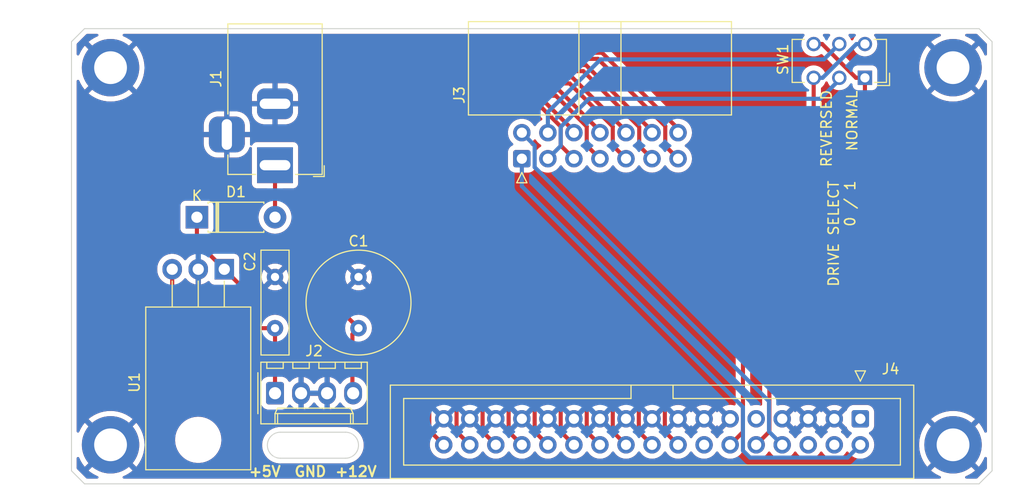
<source format=kicad_pcb>
(kicad_pcb (version 20210126) (generator pcbnew)
  (layers (0 "F.Cu" signal) (31 "B.Cu" signal) (34 "B.Paste" user) (35 "F.Paste" user) (36 "B.SilkS" user "B.Silkscreen") (37 "F.SilkS" user "F.Silkscreen") (38 "B.Mask" user) (39 "F.Mask" user) (44 "Edge.Cuts" user))
  (net 0 "")
  (net 1 "GND")
  (net 2 "+12V")
  (net 3 "+5V")
  (net 4 "Net-(D1-Pad2)")
  (net 5 "/FLOPPY_READY")
  (net 6 "/FLOPPY_READ_DATA")
  (net 7 "/FLOPPY_TRACK_00")
  (net 8 "/FLOPPY_WRITE_DATA")
  (net 9 "/FLOPPY_STEP_DIRECTION")
  (net 10 "/FLOPPY_SELECT_B")
  (net 11 "/FLOPPY_INDEX")
  (net 12 "/FLOPPY_SIDE_SELECT")
  (net 13 "/FLOPPY_WRITE_PROTECT")
  (net 14 "/FLOPPY_WRITE_GATE")
  (net 15 "/FLOPPY_STEP")
  (net 16 "/FLOPPY_MOTOR_ON")
  (net 17 "/FLOPPY_SELECT_A")
  (net 18 "/FLOPPY_DISKCHANGE")
  (net 19 "/F_INSEL_B")
  (net 20 "/F_INSEL_A")
  (footprint "Package_TO_SOT_THT:TO-220-3_Horizontal_TabDown" (layer "F.Cu") (at 52.25 86.995 180)
    (fp_text reference "U1" (at 8.763 -11.049 270) (layer "F.SilkS"))
    (fp_text value "L7805")
    (fp_line (start -2.58 -19.58) (end 7.66 -19.58) (layer "F.SilkS") (width 0.12))
    (fp_line (start -2.58 -3.69) (end 7.66 -3.69) (layer "F.SilkS") (width 0.12))
    (fp_line (start 5.08 -3.69) (end 5.08 -1.15) (layer "F.SilkS") (width 0.12))
    (fp_line (start -2.58 -19.58) (end -2.58 -3.69) (layer "F.SilkS") (width 0.12))
    (fp_line (start 7.66 -19.58) (end 7.66 -3.69) (layer "F.SilkS") (width 0.12))
    (fp_line (start 0 -3.69) (end 0 -1.15) (layer "F.SilkS") (width 0.12))
    (fp_line (start 2.54 -3.69) (end 2.54 -1.15) (layer "F.SilkS") (width 0.12))
    (pad "" np_thru_hole oval (at 2.54 -16.66 180) (size 3.5 3.5) (drill 3.5) (layers *.Cu *.Mask))
    (pad "1" thru_hole rect (at 0 0 180) (size 1.905 2) (drill 1.1) (layers *.Cu *.Mask) (net 2 "+12V"))
    (pad "2" thru_hole oval (at 2.54 0 180) (size 1.905 2) (drill 1.1) (layers *.Cu *.Mask) (net 1 "GND"))
    (pad "3" thru_hole oval (at 5.08 0 180) (size 1.905 2) (drill 1.1) (layers *.Cu *.Mask) (net 3 "+5V"))
  )
  (footprint "Diode_THT:D_DO-41_SOD81_P7.62mm_Horizontal" (layer "F.Cu") (at 49.58 81.915)
    (fp_text reference "D1" (at 3.81 -2.47) (layer "F.SilkS"))
    (fp_text value "1N4007")
    (fp_text user "K" (at 0 -2.1) (layer "F.SilkS"))
    (fp_line (start 1.99 -1.47) (end 1.99 1.47) (layer "F.SilkS") (width 0.12))
    (fp_line (start 1.09 1.34) (end 1.09 1.47) (layer "F.SilkS") (width 0.12))
    (fp_line (start 6.53 -1.47) (end 6.53 -1.34) (layer "F.SilkS") (width 0.12))
    (fp_line (start 2.11 -1.47) (end 2.11 1.47) (layer "F.SilkS") (width 0.12))
    (fp_line (start 1.09 1.47) (end 6.53 1.47) (layer "F.SilkS") (width 0.12))
    (fp_line (start 1.09 -1.47) (end 6.53 -1.47) (layer "F.SilkS") (width 0.12))
    (fp_line (start 6.53 1.47) (end 6.53 1.34) (layer "F.SilkS") (width 0.12))
    (fp_line (start 1.87 -1.47) (end 1.87 1.47) (layer "F.SilkS") (width 0.12))
    (fp_line (start 1.09 -1.34) (end 1.09 -1.47) (layer "F.SilkS") (width 0.12))
    (pad "1" thru_hole rect (at 0 0) (size 2.2 2.2) (drill 1.1) (layers *.Cu *.Mask) (net 2 "+12V"))
    (pad "2" thru_hole oval (at 7.62 0) (size 2.2 2.2) (drill 1.1) (layers *.Cu *.Mask) (net 4 "Net-(D1-Pad2)"))
  )
  (footprint "Connector_Molex:Molex_KK-254_AE-6410-04A_1x04_P2.54mm_Vertical" (layer "F.Cu") (at 57.2 99.1)
    (fp_text reference "J2" (at 3.81 -4.12) (layer "F.SilkS"))
    (fp_text value "FLOPPY_PWR")
    (fp_line (start 7.37 1.46) (end 7.62 1.99) (layer "F.SilkS") (width 0.12))
    (fp_line (start 0.25 2.99) (end 0.25 1.99) (layer "F.SilkS") (width 0.12))
    (fp_line (start 0.25 1.46) (end 7.37 1.46) (layer "F.SilkS") (width 0.12))
    (fp_line (start 3.34 -2.43) (end 3.34 -3.03) (layer "F.SilkS") (width 0.12))
    (fp_line (start 7.37 2.99) (end 7.37 1.99) (layer "F.SilkS") (width 0.12))
    (fp_line (start 9 2.99) (end 9 -3.03) (layer "F.SilkS") (width 0.12))
    (fp_line (start -1.67 -2) (end -1.67 2) (layer "F.SilkS") (width 0.12))
    (fp_line (start 6.82 -3.03) (end 6.82 -2.43) (layer "F.SilkS") (width 0.12))
    (fp_line (start 4.28 -3.03) (end 4.28 -2.43) (layer "F.SilkS") (width 0.12))
    (fp_line (start 0.8 -2.43) (end 0.8 -3.03) (layer "F.SilkS") (width 0.12))
    (fp_line (start 1.74 -3.03) (end 1.74 -2.43) (layer "F.SilkS") (width 0.12))
    (fp_line (start 4.28 -2.43) (end 5.88 -2.43) (layer "F.SilkS") (width 0.12))
    (fp_line (start 9 -3.03) (end -1.38 -3.03) (layer "F.SilkS") (width 0.12))
    (fp_line (start 8.42 -2.43) (end 8.42 -3.03) (layer "F.SilkS") (width 0.12))
    (fp_line (start -1.38 -3.03) (end -1.38 2.99) (layer "F.SilkS") (width 0.12))
    (fp_line (start -0.8 -2.43) (end 0.8 -2.43) (layer "F.SilkS") (width 0.12))
    (fp_line (start -1.38 2.99) (end 9 2.99) (layer "F.SilkS") (width 0.12))
    (fp_line (start 5.88 -2.43) (end 5.88 -3.03) (layer "F.SilkS") (width 0.12))
    (fp_line (start 0 1.99) (end 7.62 1.99) (layer "F.SilkS") (width 0.12))
    (fp_line (start 0 1.99) (end 0.25 1.46) (layer "F.SilkS") (width 0.12))
    (fp_line (start 1.74 -2.43) (end 3.34 -2.43) (layer "F.SilkS") (width 0.12))
    (fp_line (start 7.62 1.99) (end 7.62 2.99) (layer "F.SilkS") (width 0.12))
    (fp_line (start -0.8 -3.03) (end -0.8 -2.43) (layer "F.SilkS") (width 0.12))
    (fp_line (start 6.82 -2.43) (end 8.42 -2.43) (layer "F.SilkS") (width 0.12))
    (fp_line (start 0 2.99) (end 0 1.99) (layer "F.SilkS") (width 0.12))
    (pad "1" thru_hole roundrect (at 0 0) (size 1.74 2.19) (drill 1.19) (layers *.Cu *.Mask) (roundrect_rratio 0.143678) (net 3 "+5V"))
    (pad "2" thru_hole oval (at 2.54 0) (size 1.74 2.19) (drill 1.19) (layers *.Cu *.Mask) (net 1 "GND"))
    (pad "3" thru_hole oval (at 5.08 0) (size 1.74 2.19) (drill 1.19) (layers *.Cu *.Mask) (net 1 "GND"))
    (pad "4" thru_hole oval (at 7.62 0) (size 1.74 2.19) (drill 1.19) (layers *.Cu *.Mask) (net 2 "+12V"))
  )
  (footprint "Connector_BarrelJack:BarrelJack_Horizontal" (layer "F.Cu") (at 57.2 76.835 -90)
    (fp_text reference "J1" (at -8.45 5.75 90) (layer "F.SilkS"))
    (fp_text value "12VDC")
    (fp_line (start 0.9 1.9) (end 0.9 4.6) (layer "F.SilkS") (width 0.12))
    (fp_line (start 0.05 -4.8) (end 1.1 -4.8) (layer "F.SilkS") (width 0.12))
    (fp_line (start 1.1 -3.75) (end 1.1 -4.8) (layer "F.SilkS") (width 0.12))
    (fp_line (start -13.8 4.6) (end -13.8 -4.6) (layer "F.SilkS") (width 0.12))
    (fp_line (start 0.9 4.6) (end -1 4.6) (layer "F.SilkS") (width 0.12))
    (fp_line (start 0.9 -4.6) (end 0.9 -2) (layer "F.SilkS") (width 0.12))
    (fp_line (start -13.8 -4.6) (end 0.9 -4.6) (layer "F.SilkS") (width 0.12))
    (fp_line (start -5 4.6) (end -13.8 4.6) (layer "F.SilkS") (width 0.12))
    (pad "1" thru_hole rect (at 0 0 270) (size 3.5 3.5) (drill oval 1 3) (layers *.Cu *.Mask) (net 4 "Net-(D1-Pad2)"))
    (pad "2" thru_hole roundrect (at -6 0 270) (size 3 3.5) (drill oval 1 3) (layers *.Cu *.Mask) (net 1 "GND"))
    (pad "3" thru_hole roundrect (at -3 4.7 270) (size 3.5 3.5) (drill oval 3 1) (layers *.Cu *.Mask))
  )
  (footprint "MountingHole:MountingHole_3.2mm_M3_DIN965_Pad_TopBottom" (layer "F.Cu") (at 123.345 67.31)
    (fp_text reference "H1" hide)
    (fp_text value "MountingHole_Pad")
    (pad "1" connect circle (at 0 0) (size 5.6 5.6) (layers "F.Cu" "F.Mask") (net 1 "GND"))
    (pad "1" connect circle (at 0 0) (size 5.6 5.6) (layers "B.Cu" "B.Mask") (net 1 "GND"))
    (pad "1" thru_hole circle (at 0 0) (size 3.6 3.6) (drill 3.2) (layers *.Cu *.Mask) (net 1 "GND"))
  )
  (footprint "Button_Switch_THT:SW_CuK_JS202011AQN_DPDT_Angled" (layer "F.Cu") (at 114.75 68.3 180)
    (fp_text reference "SW1" (at 8 1.8 90) (layer "F.SilkS"))
    (fp_text value "SW_DPDT_x2")
    (fp_line (start 5.9 -0.45) (end 7.1 -0.45) (layer "F.SilkS") (width 0.12))
    (fp_line (start -1.2 -0.75) (end -2.4 -0.75) (layer "F.SilkS") (width 0.12))
    (fp_line (start -0.9 -0.45) (end -2.1 -0.45) (layer "F.SilkS") (width 0.12))
    (fp_line (start -2.4 -0.75) (end -2.4 0.45) (layer "F.SilkS") (width 0.12))
    (fp_line (start 7.1 -0.45) (end 7.1 3.75) (layer "F.SilkS") (width 0.12))
    (fp_line (start 7.1 3.75) (end 5.9 3.75) (layer "F.SilkS") (width 0.12))
    (fp_line (start -2.1 3.75) (end -0.9 3.75) (layer "F.SilkS") (width 0.12))
    (fp_line (start -2.1 -0.45) (end -2.1 3.75) (layer "F.SilkS") (width 0.12))
    (pad "1" thru_hole rect (at 0 0 180) (size 1.4 1.4) (drill 0.9) (layers *.Cu *.Mask) (net 20 "/F_INSEL_A"))
    (pad "2" thru_hole circle (at 2.5 0 180) (size 1.4 1.4) (drill 0.9) (layers *.Cu *.Mask) (net 17 "/FLOPPY_SELECT_A"))
    (pad "3" thru_hole circle (at 5 0 180) (size 1.4 1.4) (drill 0.9) (layers *.Cu *.Mask) (net 19 "/F_INSEL_B"))
    (pad "4" thru_hole circle (at 0 3.3 180) (size 1.4 1.4) (drill 0.9) (layers *.Cu *.Mask) (net 19 "/F_INSEL_B"))
    (pad "5" thru_hole circle (at 2.5 3.3 180) (size 1.4 1.4) (drill 0.9) (layers *.Cu *.Mask) (net 10 "/FLOPPY_SELECT_B"))
    (pad "6" thru_hole circle (at 5 3.3 180) (size 1.4 1.4) (drill 0.9) (layers *.Cu *.Mask) (net 20 "/F_INSEL_A"))
  )
  (footprint "Capacitor_THT:C_Disc_D10.0mm_W2.5mm_P5.00mm" (layer "F.Cu") (at 57.2 92.75 90)
    (fp_text reference "C2" (at 6.5 -2.45 270) (layer "F.SilkS"))
    (fp_text value "10uF")
    (fp_line (start -2.62 -1.37) (end 7.62 -1.37) (layer "F.SilkS") (width 0.12))
    (fp_line (start 7.62 -1.37) (end 7.62 1.37) (layer "F.SilkS") (width 0.12))
    (fp_line (start -2.62 1.37) (end 7.62 1.37) (layer "F.SilkS") (width 0.12))
    (fp_line (start -2.62 -1.37) (end -2.62 1.37) (layer "F.SilkS") (width 0.12))
    (pad "1" thru_hole circle (at 0 0 90) (size 1.6 1.6) (drill 0.8) (layers *.Cu *.Mask) (net 3 "+5V"))
    (pad "2" thru_hole circle (at 5 0 90) (size 1.6 1.6) (drill 0.8) (layers *.Cu *.Mask) (net 1 "GND"))
  )
  (footprint "MountingHole:MountingHole_3.2mm_M3_DIN965_Pad_TopBottom" (layer "F.Cu") (at 41.155 104.14)
    (fp_text reference "H2" hide)
    (fp_text value "MountingHole_Pad")
    (pad "1" thru_hole circle (at 0 0) (size 3.6 3.6) (drill 3.2) (layers *.Cu *.Mask) (net 1 "GND"))
    (pad "1" connect circle (at 0 0) (size 5.6 5.6) (layers "B.Cu" "B.Mask") (net 1 "GND"))
    (pad "1" connect circle (at 0 0) (size 5.6 5.6) (layers "F.Cu" "F.Mask") (net 1 "GND"))
  )
  (footprint "MountingHole:MountingHole_3.2mm_M3_DIN965_Pad_TopBottom" (layer "F.Cu") (at 41.155 67.31)
    (fp_text reference "H4" hide)
    (fp_text value "MountingHole_Pad")
    (pad "1" connect circle (at 0 0) (size 5.6 5.6) (layers "B.Cu" "B.Mask") (net 1 "GND"))
    (pad "1" thru_hole circle (at 0 0) (size 3.6 3.6) (drill 3.2) (layers *.Cu *.Mask) (net 1 "GND"))
    (pad "1" connect circle (at 0 0) (size 5.6 5.6) (layers "F.Cu" "F.Mask") (net 1 "GND"))
  )
  (footprint "MountingHole:MountingHole_3.2mm_M3_DIN965_Pad_TopBottom" (layer "F.Cu") (at 123.345 104.14)
    (fp_text reference "H3" hide)
    (fp_text value "MountingHole_Pad")
    (pad "1" thru_hole circle (at 0 0) (size 3.6 3.6) (drill 3.2) (layers *.Cu *.Mask) (net 1 "GND"))
    (pad "1" connect circle (at 0 0) (size 5.6 5.6) (layers "B.Cu" "B.Mask") (net 1 "GND"))
    (pad "1" connect circle (at 0 0) (size 5.6 5.6) (layers "F.Cu" "F.Mask") (net 1 "GND"))
  )
  (footprint "Connector_IDC:IDC-Header_2x07_P2.54mm_Horizontal" (layer "F.Cu") (at 81.28 76.2 90)
    (fp_text reference "J3" (at 6.215 -6.1 90) (layer "F.SilkS"))
    (fp_text value "ADAPTER")
    (fp_line (start 4.27 -5.21) (end 13.39 -5.21) (layer "F.SilkS") (width 0.12))
    (fp_line (start 4.27 5.57) (end 13.39 5.57) (layer "F.SilkS") (width 0.12))
    (fp_line (start -2.35 0.5) (end -1.35 0) (layer "F.SilkS") (width 0.12))
    (fp_line (start 4.27 20.45) (end 4.27 -5.21) (layer "F.SilkS") (width 0.12))
    (fp_line (start 13.39 20.45) (end 4.27 20.45) (layer "F.SilkS") (width 0.12))
    (fp_line (start -1.35 0) (end -2.35 -0.5) (layer "F.SilkS") (width 0.12))
    (fp_line (start 4.27 9.67) (end 13.39 9.67) (layer "F.SilkS") (width 0.12))
    (fp_line (start -2.35 -0.5) (end -2.35 0.5) (layer "F.SilkS") (width 0.12))
    (fp_line (start 13.39 -5.21) (end 13.39 20.45) (layer "F.SilkS") (width 0.12))
    (pad "1" thru_hole roundrect (at 0 0 90) (size 1.7 1.7) (drill 1) (layers *.Cu *.Mask) (roundrect_rratio 0.147059) (net 18 "/FLOPPY_DISKCHANGE"))
    (pad "2" thru_hole circle (at 2.54 0 90) (size 1.7 1.7) (drill 1) (layers *.Cu *.Mask) (net 11 "/FLOPPY_INDEX"))
    (pad "3" thru_hole circle (at 0 2.54 90) (size 1.7 1.7) (drill 1) (layers *.Cu *.Mask) (net 17 "/FLOPPY_SELECT_A"))
    (pad "4" thru_hole circle (at 2.54 2.54 90) (size 1.7 1.7) (drill 1) (layers *.Cu *.Mask) (net 10 "/FLOPPY_SELECT_B"))
    (pad "5" thru_hole circle (at 0 5.08 90) (size 1.7 1.7) (drill 1) (layers *.Cu *.Mask) (net 16 "/FLOPPY_MOTOR_ON"))
    (pad "6" thru_hole circle (at 2.54 5.08 90) (size 1.7 1.7) (drill 1) (layers *.Cu *.Mask) (net 9 "/FLOPPY_STEP_DIRECTION"))
    (pad "7" thru_hole circle (at 0 7.62 90) (size 1.7 1.7) (drill 1) (layers *.Cu *.Mask) (net 15 "/FLOPPY_STEP"))
    (pad "8" thru_hole circle (at 2.54 7.62 90) (size 1.7 1.7) (drill 1) (layers *.Cu *.Mask) (net 8 "/FLOPPY_WRITE_DATA"))
    (pad "9" thru_hole circle (at 0 10.16 90) (size 1.7 1.7) (drill 1) (layers *.Cu *.Mask) (net 14 "/FLOPPY_WRITE_GATE"))
    (pad "10" thru_hole circle (at 2.54 10.16 90) (size 1.7 1.7) (drill 1) (layers *.Cu *.Mask) (net 7 "/FLOPPY_TRACK_00"))
    (pad "11" thru_hole circle (at 0 12.7 90) (size 1.7 1.7) (drill 1) (layers *.Cu *.Mask) (net 13 "/FLOPPY_WRITE_PROTECT"))
    (pad "12" thru_hole circle (at 2.54 12.7 90) (size 1.7 1.7) (drill 1) (layers *.Cu *.Mask) (net 6 "/FLOPPY_READ_DATA"))
    (pad "13" thru_hole circle (at 0 15.24 90) (size 1.7 1.7) (drill 1) (layers *.Cu *.Mask) (net 12 "/FLOPPY_SIDE_SELECT"))
    (pad "14" thru_hole circle (at 2.54 15.24 90) (size 1.7 1.7) (drill 1) (layers *.Cu *.Mask) (net 5 "/FLOPPY_READY"))
  )
  (footprint "Connector_IDC:IDC-Header_2x17_P2.54mm_Vertical" (layer "F.Cu") (at 114.3 101.6 -90)
    (fp_text reference "J4" (at -4.85 -2.95 180) (layer "F.SilkS"))
    (fp_text value "FLOPPY")
    (fp_line (start -3.29 -5.21) (end 5.83 -5.21) (layer "F.SilkS") (width 0.12))
    (fp_line (start -3.29 45.85) (end -3.29 -5.21) (layer "F.SilkS") (width 0.12))
    (fp_line (start -4.68 -0.5) (end -4.68 0.5) (layer "F.SilkS") (width 0.12))
    (fp_line (start -3.68 0) (end -4.68 -0.5) (layer "F.SilkS") (width 0.12))
    (fp_line (start 4.52 44.55) (end -1.98 44.55) (layer "F.SilkS") (width 0.12))
    (fp_line (start -3.29 18.27) (end -1.98 18.27) (layer "F.SilkS") (width 0.12))
    (fp_line (start 5.83 -5.21) (end 5.83 45.85) (layer "F.SilkS") (width 0.12))
    (fp_line (start -1.98 44.55) (end -1.98 22.37) (layer "F.SilkS") (width 0.12))
    (fp_line (start 4.52 -3.91) (end 4.52 44.55) (layer "F.SilkS") (width 0.12))
    (fp_line (start -1.98 22.37) (end -1.98 22.37) (layer "F.SilkS") (width 0.12))
    (fp_line (start -1.98 18.27) (end -1.98 -3.91) (layer "F.SilkS") (width 0.12))
    (fp_line (start 5.83 45.85) (end -3.29 45.85) (layer "F.SilkS") (width 0.12))
    (fp_line (start -4.68 0.5) (end -3.68 0) (layer "F.SilkS") (width 0.12))
    (fp_line (start -1.98 -3.91) (end 4.52 -3.91) (layer "F.SilkS") (width 0.12))
    (fp_line (start -1.98 22.37) (end -3.29 22.37) (layer "F.SilkS") (width 0.12))
    (pad "1" thru_hole roundrect (at 0 0 270) (size 1.7 1.7) (drill 1) (layers *.Cu *.Mask) (roundrect_rratio 0.147059))
    (pad "2" thru_hole circle (at 2.54 0 270) (size 1.7 1.7) (drill 1) (layers *.Cu *.Mask) (net 18 "/FLOPPY_DISKCHANGE"))
    (pad "3" thru_hole circle (at 0 2.54 270) (size 1.7 1.7) (drill 1) (layers *.Cu *.Mask) (net 1 "GND"))
    (pad "4" thru_hole circle (at 2.54 2.54 270) (size 1.7 1.7) (drill 1) (layers *.Cu *.Mask))
    (pad "5" thru_hole circle (at 0 5.08 270) (size 1.7 1.7) (drill 1) (layers *.Cu *.Mask) (net 1 "GND"))
    (pad "6" thru_hole circle (at 2.54 5.08 270) (size 1.7 1.7) (drill 1) (layers *.Cu *.Mask))
    (pad "7" thru_hole circle (at 0 7.62 270) (size 1.7 1.7) (drill 1) (layers *.Cu *.Mask) (net 1 "GND"))
    (pad "8" thru_hole circle (at 2.54 7.62 270) (size 1.7 1.7) (drill 1) (layers *.Cu *.Mask) (net 11 "/FLOPPY_INDEX"))
    (pad "9" thru_hole circle (at 0 10.16) (size 1.7 1.7) (drill 1) (layers *.Cu *.Mask) (net 1 "GND"))
    (pad "10" thru_hole circle (at 2.54 10.16 270) (size 1.7 1.7) (drill 1) (layers *.Cu *.Mask) (net 20 "/F_INSEL_A"))
    (pad "11" thru_hole circle (at 0 12.7 270) (size 1.7 1.7) (drill 1) (layers *.Cu *.Mask) (net 1 "GND"))
    (pad "12" thru_hole circle (at 2.54 12.7 270) (size 1.7 1.7) (drill 1) (layers *.Cu *.Mask) (net 19 "/F_INSEL_B"))
    (pad "13" thru_hole circle (at 0 15.24 270) (size 1.7 1.7) (drill 1) (layers *.Cu *.Mask) (net 1 "GND"))
    (pad "14" thru_hole circle (at 2.54 15.24 270) (size 1.7 1.7) (drill 1) (layers *.Cu *.Mask))
    (pad "15" thru_hole circle (at 0 17.78 270) (size 1.7 1.7) (drill 1) (layers *.Cu *.Mask) (net 1 "GND"))
    (pad "16" thru_hole circle (at 2.54 17.78 270) (size 1.7 1.7) (drill 1) (layers *.Cu *.Mask) (net 16 "/FLOPPY_MOTOR_ON"))
    (pad "17" thru_hole circle (at 0 20.32 270) (size 1.7 1.7) (drill 1) (layers *.Cu *.Mask) (net 1 "GND"))
    (pad "18" thru_hole circle (at 2.54 20.32 270) (size 1.7 1.7) (drill 1) (layers *.Cu *.Mask) (net 9 "/FLOPPY_STEP_DIRECTION"))
    (pad "19" thru_hole circle (at 0 22.86 270) (size 1.7 1.7) (drill 1) (layers *.Cu *.Mask) (net 1 "GND"))
    (pad "20" thru_hole circle (at 2.54 22.86 270) (size 1.7 1.7) (drill 1) (layers *.Cu *.Mask) (net 15 "/FLOPPY_STEP"))
    (pad "21" thru_hole circle (at 0 25.4 270) (size 1.7 1.7) (drill 1) (layers *.Cu *.Mask) (net 1 "GND"))
    (pad "22" thru_hole circle (at 2.54 25.4 270) (size 1.7 1.7) (drill 1) (layers *.Cu *.Mask) (net 8 "/FLOPPY_WRITE_DATA"))
    (pad "23" thru_hole circle (at 0 27.94 270) (size 1.7 1.7) (drill 1) (layers *.Cu *.Mask) (net 1 "GND"))
    (pad "24" thru_hole circle (at 2.54 27.94 270) (size 1.7 1.7) (drill 1) (layers *.Cu *.Mask) (net 14 "/FLOPPY_WRITE_GATE"))
    (pad "25" thru_hole circle (at 0 30.48 270) (size 1.7 1.7) (drill 1) (layers *.Cu *.Mask) (net 1 "GND"))
    (pad "26" thru_hole circle (at 2.54 30.48 270) (size 1.7 1.7) (drill 1) (layers *.Cu *.Mask) (net 7 "/FLOPPY_TRACK_00"))
    (pad "27" thru_hole circle (at 0 33.02 270) (size 1.7 1.7) (drill 1) (layers *.Cu *.Mask) (net 1 "GND"))
    (pad "28" thru_hole circle (at 2.54 33.02 270) (size 1.7 1.7) (drill 1) (layers *.Cu *.Mask) (net 13 "/FLOPPY_WRITE_PROTECT"))
    (pad "29" thru_hole circle (at 0 35.56 270) (size 1.7 1.7) (drill 1) (layers *.Cu *.Mask) (net 1 "GND"))
    (pad "30" thru_hole circle (at 2.54 35.56 270) (size 1.7 1.7) (drill 1) (layers *.Cu *.Mask) (net 6 "/FLOPPY_READ_DATA"))
    (pad "31" thru_hole circle (at 0 38.1 270) (size 1.7 1.7) (drill 1) (layers *.Cu *.Mask) (net 1 "GND"))
    (pad "32" thru_hole circle (at 2.54 38.1 270) (size 1.7 1.7) (drill 1) (layers *.Cu *.Mask) (net 12 "/FLOPPY_SIDE_SELECT"))
    (pad "33" thru_hole circle (at 0 40.64 270) (size 1.7 1.7) (drill 1) (layers *.Cu *.Mask) (net 1 "GND"))
    (pad "34" thru_hole circle (at 2.54 40.64 270) (size 1.7 1.7) (drill 1) (layers *.Cu *.Mask) (net 5 "/FLOPPY_READY"))
  )
  (footprint "Capacitor_THT:C_Radial_D10.0mm_H12.5mm_P5.00mm" (layer "F.Cu") (at 65.345 92.75 90)
    (fp_text reference "C1" (at 8.5 0 180) (layer "F.SilkS"))
    (fp_text value "470uF")
    (fp_circle (center 2.5 0) (end 7.62 0) (layer "F.SilkS") (width 0.12) (fill none))
    (pad "1" thru_hole circle (at 0 0 90) (size 1.6 1.6) (drill 0.8) (layers *.Cu *.Mask) (net 2 "+12V"))
    (pad "2" thru_hole circle (at 5 0 90) (size 1.6 1.6) (drill 0.8) (layers *.Cu *.Mask) (net 1 "GND"))
  )
  (gr_line (start 37.345 106.68) (end 37.345 64.77) (layer "Edge.Cuts") (width 0.1))
  (gr_line (start 125.885 107.95) (end 38.615 107.95) (layer "Edge.Cuts") (width 0.1))
  (gr_arc (start 64.075 104.18) (end 64.075 105.45) (angle -180) (layer "Edge.Cuts") (width 0.1))
  (gr_line (start 38.615 63.5) (end 125.885 63.5) (layer "Edge.Cuts") (width 0.1))
  (gr_line (start 127.155 64.77) (end 127.155 106.68) (layer "Edge.Cuts") (width 0.1))
  (gr_line (start 37.345 64.77) (end 38.615 63.5) (layer "Edge.Cuts") (width 0.1))
  (gr_line (start 125.885 107.95) (end 127.155 106.68) (layer "Edge.Cuts") (width 0.1))
  (gr_line (start 64.075 105.45) (end 57.725 105.45) (layer "Edge.Cuts") (width 0.1))
  (gr_arc (start 57.725 104.18) (end 57.725 102.91) (angle -180) (layer "Edge.Cuts") (width 0.1))
  (gr_line (start 57.725 102.91) (end 64.075 102.91) (layer "Edge.Cuts") (width 0.1))
  (gr_line (start 38.615 107.95) (end 37.345 106.68) (layer "Edge.Cuts") (width 0.1))
  (gr_line (start 127.155 64.77) (end 125.885 63.5) (layer "Edge.Cuts") (width 0.1))
  (gr_text "REVERSED" (at 111 73.25 90) (layer "F.SilkS") (effects (font (size 1 1))))
  (gr_text "GND" (at 60.65 106.75) (layer "F.SilkS") (effects (font (size 1 1) (thickness 0.2))))
  (gr_text "+12V" (at 65.095 106.75) (layer "F.SilkS") (effects (font (size 1 1) (thickness 0.2))))
  (gr_text "DRIVE SELECT\n0 / 1" (at 112.5 78.25 90) (layer "F.SilkS") (effects (font (size 1 1)) (justify right)))
  (gr_text "NORMAL" (at 113.5 72.5 90) (layer "F.SilkS") (effects (font (size 1 1))))
  (gr_text "+5V" (at 56.205 106.75) (layer "F.SilkS") (effects (font (size 1 1) (thickness 0.2))))
  (segment (start 52.25 86.995) (end 55.465 90.21) (width 0.4) (layer "F.Cu") (net 2))
  (segment (start 65.345 92.75) (end 64.75 93.345) (width 0.4) (layer "F.Cu") (net 2))
  (segment (start 64.75 99.03) (end 64.82 99.1) (width 0.4) (layer "F.Cu") (net 2))
  (segment (start 49.58 81.915) (end 49.58 84.325) (width 0.4) (layer "F.Cu") (net 2))
  (segment (start 49.58 84.325) (end 52.25 86.995) (width 0.4) (layer "F.Cu") (net 2))
  (segment (start 64.75 93.345) (end 64.75 99.03) (width 0.4) (layer "F.Cu") (net 2))
  (segment (start 55.465 90.21) (end 62.805 90.21) (width 0.4) (layer "F.Cu") (net 2))
  (segment (start 65.345 92.75) (end 62.805 90.21) (width 0.4) (layer "F.Cu") (net 2))
  (segment (start 47.17 89.3325) (end 50.5875 92.75) (width 0.4) (layer "F.Cu") (net 3))
  (segment (start 50.5875 92.75) (end 57.2 92.75) (width 0.4) (layer "F.Cu") (net 3))
  (segment (start 47.17 86.995) (end 47.17 89.3325) (width 0.4) (layer "F.Cu") (net 3))
  (segment (start 57.2 92.75) (end 57.2 99.1) (width 0.4) (layer "F.Cu") (net 3))
  (segment (start 57.2 76.835) (end 57.2 81.915) (width 0.4) (layer "F.Cu") (net 4))
  (segment (start 96.52 73.02) (end 96.52 73.66) (width 0.4) (layer "F.Cu") (net 5))
  (segment (start 96.52 73.27) (end 89.099901 65.849901) (width 0.4) (layer "F.Cu") (net 5))
  (segment (start 72.25 102.73) (end 73.66 104.14) (width 0.4) (layer "F.Cu") (net 5))
  (segment (start 77.013212 65.849901) (end 72.25 70.613113) (width 0.4) (layer "F.Cu") (net 5))
  (segment (start 89.099901 65.849901) (end 77.013212 65.849901) (width 0.4) (layer "F.Cu") (net 5))
  (segment (start 96.52 73.66) (end 96.52 73.27) (width 0.4) (layer "F.Cu") (net 5))
  (segment (start 72.25 70.613113) (end 72.25 102.73) (width 0.4) (layer "F.Cu") (net 5))
  (segment (start 73.45002 96.46002) (end 73.45002 71.110179) (width 0.4) (layer "F.Cu") (net 6))
  (segment (start 78.74 104.14) (end 77.450001 102.850001) (width 0.4) (layer "F.Cu") (net 6))
  (segment (start 87.528468 67.049923) (end 93.98 73.501455) (width 0.4) (layer "F.Cu") (net 6))
  (segment (start 73.45002 71.110179) (end 77.510276 67.049923) (width 0.4) (layer "F.Cu") (net 6))
  (segment (start 93.98 73.501455) (end 93.98 73.66) (width 0.4) (layer "F.Cu") (net 6))
  (segment (start 77.450001 102.850001) (end 77.450001 100.460001) (width 0.4) (layer "F.Cu") (net 6))
  (segment (start 77.510276 67.049923) (end 87.528468 67.049923) (width 0.4) (layer "F.Cu") (net 6))
  (segment (start 77.450001 100.460001) (end 73.45002 96.46002) (width 0.4) (layer "F.Cu") (net 6))
  (segment (start 74.65004 92.58004) (end 74.65004 71.607245) (width 0.4) (layer "F.Cu") (net 7))
  (segment (start 82.530001 100.460001) (end 74.65004 92.58004) (width 0.4) (layer "F.Cu") (net 7))
  (segment (start 74.65004 71.607245) (end 78.00734 68.249945) (width 0.4) (layer "F.Cu") (net 7))
  (segment (start 86.18849 68.249945) (end 91.44 73.501455) (width 0.4) (layer "F.Cu") (net 7))
  (segment (start 78.00734 68.249945) (end 86.18849 68.249945) (width 0.4) (layer "F.Cu") (net 7))
  (segment (start 83.82 104.14) (end 82.530001 102.850001) (width 0.4) (layer "F.Cu") (net 7))
  (segment (start 82.530001 102.850001) (end 82.530001 100.460001) (width 0.4) (layer "F.Cu") (net 7))
  (segment (start 91.44 73.501455) (end 91.44 73.66) (width 0.4) (layer "F.Cu") (net 7))
  (segment (start 78.504404 69.449967) (end 84.848512 69.449967) (width 0.4) (layer "F.Cu") (net 8))
  (segment (start 75.85006 88.70006) (end 75.85006 72.104311) (width 0.4) (layer "F.Cu") (net 8))
  (segment (start 88.9 104.14) (end 87.610001 102.850001) (width 0.4) (layer "F.Cu") (net 8))
  (segment (start 75.85006 72.104311) (end 78.504404 69.449967) (width 0.4) (layer "F.Cu") (net 8))
  (segment (start 87.610001 102.850001) (end 87.610001 100.460001) (width 0.4) (layer "F.Cu") (net 8))
  (segment (start 84.848512 69.449967) (end 88.9 73.501455) (width 0.4) (layer "F.Cu") (net 8))
  (segment (start 88.9 73.501455) (end 88.9 73.66) (width 0.4) (layer "F.Cu") (net 8))
  (segment (start 87.610001 100.460001) (end 75.85006 88.70006) (width 0.4) (layer "F.Cu") (net 8))
  (segment (start 77.05008 84.82008) (end 77.05008 72.601377) (width 0.4) (layer "F.Cu") (net 9))
  (segment (start 86.36 73.501455) (end 86.36 73.66) (width 0.4) (layer "F.Cu") (net 9))
  (segment (start 79.001468 70.649989) (end 83.508534 70.649989) (width 0.4) (layer "F.Cu") (net 9))
  (segment (start 77.05008 72.601377) (end 79.001468 70.649989) (width 0.4) (layer "F.Cu") (net 9))
  (segment (start 92.690001 102.850001) (end 92.690001 100.460001) (width 0.4) (layer "F.Cu") (net 9))
  (segment (start 93.98 104.14) (end 92.690001 102.850001) (width 0.4) (layer "F.Cu") (net 9))
  (segment (start 92.690001 100.460001) (end 77.05008 84.82008) (width 0.4) (layer "F.Cu") (net 9))
  (segment (start 83.508534 70.649989) (end 86.36 73.501455) (width 0.4) (layer "F.Cu") (net 9))
  (segment (start 112.25 65) (end 112.210999 65) (width 0.4) (layer "B.Cu") (net 10))
  (segment (start 83.82 73.66) (end 83.82 71.640728) (width 0.4) (layer "B.Cu") (net 10))
  (segment (start 110.75 66.5) (end 112.25 65) (width 0.4) (layer "B.Cu") (net 10))
  (segment (start 88.960728 66.5) (end 110.75 66.5) (width 0.4) (layer "B.Cu") (net 10))
  (segment (start 83.82 71.640728) (end 88.960728 66.5) (width 0.4) (layer "B.Cu") (net 10))
  (segment (start 105.390001 99.890001) (end 82.53001 77.03001) (width 0.4) (layer "B.Cu") (net 11))
  (segment (start 82.53001 74.91001) (end 81.28 73.66) (width 0.4) (layer "B.Cu") (net 11))
  (segment (start 82.53001 77.03001) (end 82.53001 74.91001) (width 0.4) (layer "B.Cu") (net 11))
  (segment (start 106.68 104.14) (end 105.390001 102.850001) (width 0.4) (layer "B.Cu") (net 11))
  (segment (start 105.390001 102.850001) (end 105.390001 99.890001) (width 0.4) (layer "B.Cu") (net 11))
  (segment (start 74.910001 100.460001) (end 72.85001 98.40001) (width 0.4) (layer "F.Cu") (net 12))
  (segment (start 77.261744 66.449912) (end 88.699912 66.449912) (width 0.4) (layer "F.Cu") (net 12))
  (segment (start 88.699912 66.449912) (end 95.269999 73.019999) (width 0.4) (layer "F.Cu") (net 12))
  (segment (start 76.2 104.14) (end 74.910001 102.850001) (width 0.4) (layer "F.Cu") (net 12))
  (segment (start 72.85001 70.861646) (end 77.261744 66.449912) (width 0.4) (layer "F.Cu") (net 12))
  (segment (start 95.269999 73.019999) (end 95.269999 74.949999) (width 0.4) (layer "F.Cu") (net 12))
  (segment (start 72.85001 98.40001) (end 72.85001 70.861646) (width 0.4) (layer "F.Cu") (net 12))
  (segment (start 74.910001 102.850001) (end 74.910001 100.460001) (width 0.4) (layer "F.Cu") (net 12))
  (segment (start 95.269999 74.949999) (end 96.52 76.2) (width 0.4) (layer "F.Cu") (net 12))
  (segment (start 87.279936 67.649934) (end 92.729999 73.099997) (width 0.4) (layer "F.Cu") (net 13))
  (segment (start 77.758808 67.649934) (end 87.279936 67.649934) (width 0.4) (layer "F.Cu") (net 13))
  (segment (start 79.990001 102.850001) (end 79.990001 100.460001) (width 0.4) (layer "F.Cu") (net 13))
  (segment (start 92.729999 73.099997) (end 92.729999 74.949999) (width 0.4) (layer "F.Cu") (net 13))
  (segment (start 81.28 104.14) (end 79.990001 102.850001) (width 0.4) (layer "F.Cu") (net 13))
  (segment (start 74.05003 71.358712) (end 77.758808 67.649934) (width 0.4) (layer "F.Cu") (net 13))
  (segment (start 74.05003 94.52003) (end 74.05003 71.358712) (width 0.4) (layer "F.Cu") (net 13))
  (segment (start 92.729999 74.949999) (end 93.98 76.2) (width 0.4) (layer "F.Cu") (net 13))
  (segment (start 79.990001 100.460001) (end 74.05003 94.52003) (width 0.4) (layer "F.Cu") (net 13))
  (segment (start 75.25005 90.64005) (end 75.25005 71.855778) (width 0.4) (layer "F.Cu") (net 14))
  (segment (start 78.255872 68.849956) (end 85.939958 68.849956) (width 0.4) (layer "F.Cu") (net 14))
  (segment (start 85.070001 102.850001) (end 85.070001 100.460001) (width 0.4) (layer "F.Cu") (net 14))
  (segment (start 90.150001 73.059999) (end 90.150001 74.910001) (width 0.4) (layer "F.Cu") (net 14))
  (segment (start 85.939958 68.849956) (end 90.150001 73.059999) (width 0.4) (layer "F.Cu") (net 14))
  (segment (start 85.070001 100.460001) (end 75.25005 90.64005) (width 0.4) (layer "F.Cu") (net 14))
  (segment (start 75.25005 71.855778) (end 78.255872 68.849956) (width 0.4) (layer "F.Cu") (net 14))
  (segment (start 86.36 104.14) (end 85.070001 102.850001) (width 0.4) (layer "F.Cu") (net 14))
  (segment (start 90.150001 74.910001) (end 91.44 76.2) (width 0.4) (layer "F.Cu") (net 14))
  (segment (start 87.610001 74.910001) (end 88.9 76.2) (width 0.4) (layer "F.Cu") (net 15))
  (segment (start 76.45007 86.76007) (end 76.45007 72.352844) (width 0.4) (layer "F.Cu") (net 15))
  (segment (start 78.752936 70.049978) (end 84.59998 70.049978) (width 0.4) (layer "F.Cu") (net 15))
  (segment (start 84.59998 70.049978) (end 87.610001 73.059999) (width 0.4) (layer "F.Cu") (net 15))
  (segment (start 90.150001 100.460001) (end 76.45007 86.76007) (width 0.4) (layer "F.Cu") (net 15))
  (segment (start 91.44 104.14) (end 90.150001 102.850001) (width 0.4) (layer "F.Cu") (net 15))
  (segment (start 76.45007 72.352844) (end 78.752936 70.049978) (width 0.4) (layer "F.Cu") (net 15))
  (segment (start 87.610001 73.059999) (end 87.610001 74.910001) (width 0.4) (layer "F.Cu") (net 15))
  (segment (start 90.150001 102.850001) (end 90.150001 100.460001) (width 0.4) (layer "F.Cu") (net 15))
  (segment (start 85.070001 73.059999) (end 83.260002 71.25) (width 0.4) (layer "F.Cu") (net 16))
  (segment (start 95.230001 100.460001) (end 95.230001 102.850001) (width 0.4) (layer "F.Cu") (net 16))
  (segment (start 77.6501 82.8801) (end 95.230001 100.460001) (width 0.4) (layer "F.Cu") (net 16))
  (segment (start 77.6501 72.849899) (end 77.6501 82.8801) (width 0.4) (layer "F.Cu") (net 16))
  (segment (start 95.230001 102.850001) (end 96.52 104.14) (width 0.4) (layer "F.Cu") (net 16))
  (segment (start 83.260002 71.25) (end 79.249999 71.25) (width 0.4) (layer "F.Cu") (net 16))
  (segment (start 79.249999 71.25) (end 77.6501 72.849899) (width 0.4) (layer "F.Cu") (net 16))
  (segment (start 86.36 76.2) (end 85.070001 74.910001) (width 0.4) (layer "F.Cu") (net 16))
  (segment (start 85.070001 74.910001) (end 85.070001 73.059999) (width 0.4) (layer "F.Cu") (net 16))
  (segment (start 112.25 68.5) (end 112.25 68.3) (width 0.4) (layer "B.Cu") (net 17))
  (segment (start 112.25 68.3) (end 112.25 68.25) (width 0.4) (layer "B.Cu") (net 17))
  (segment (start 85.070001 74.949999) (end 85.070001 73.099997) (width 0.4) (layer "B.Cu") (net 17))
  (segment (start 83.82 76.2) (end 85.070001 74.949999) (width 0.4) (layer "B.Cu") (net 17))
  (segment (start 85.070001 73.099997) (end 87.819988 70.35001) (width 0.4) (layer "B.Cu") (net 17))
  (segment (start 110.399991 70.350009) (end 112.25 68.5) (width 0.4) (layer "B.Cu") (net 17))
  (segment (start 87.819988 70.35001) (end 110.399991 70.350009) (width 0.4) (layer "B.Cu") (net 17))
  (segment (start 113.049999 105.390001) (end 103.539999 105.390001) (width 0.4) (layer "B.Cu") (net 18))
  (segment (start 114.3 104.14) (end 113.049999 105.390001) (width 0.4) (layer "B.Cu") (net 18))
  (segment (start 103.539999 105.390001) (end 102.850001 104.700003) (width 0.4) (layer "B.Cu") (net 18))
  (segment (start 102.850001 100.460001) (end 81.28 78.89) (width 0.4) (layer "B.Cu") (net 18))
  (segment (start 81.28 78.89) (end 81.28 76.2) (width 0.4) (layer "B.Cu") (net 18))
  (segment (start 102.850001 104.700003) (end 102.850001 100.460001) (width 0.4) (layer "B.Cu") (net 18))
  (segment (start 109.75 73.651458) (end 109.75 68.3) (width 0.4) (layer "F.Cu") (net 19))
  (segment (start 101.6 104.14) (end 102.850001 102.889999) (width 0.4) (layer "F.Cu") (net 19))
  (segment (start 102.850001 80.551457) (end 109.75 73.651458) (width 0.4) (layer "F.Cu") (net 19))
  (segment (start 102.850001 102.889999) (end 102.850001 80.551457) (width 0.4) (layer "F.Cu") (net 19))
  (segment (start 110.621998 68.3) (end 109.75 68.3) (width 0.4) (layer "B.Cu") (net 19))
  (segment (start 109.7 68.25) (end 109.75 68.3) (width 0.4) (layer "B.Cu") (net 19))
  (segment (start 114.75 65) (end 113.921998 65) (width 0.4) (layer "B.Cu") (net 19))
  (segment (start 113.921998 65) (end 110.621998 68.3) (width 0.4) (layer "B.Cu") (net 19))
  (segment (start 114.75 68.3) (end 114.75 72.5475) (width 0.4) (layer "F.Cu") (net 20))
  (segment (start 110.578002 65) (end 113.878002 68.3) (width 0.4) (layer "F.Cu") (net 20))
  (segment (start 114.75 72.5475) (end 105.429999 81.867501) (width 0.4) (layer "F.Cu") (net 20))
  (segment (start 113.878002 68.3) (end 114.75 68.3) (width 0.4) (layer "F.Cu") (net 20))
  (segment (start 109.75 65) (end 110.578002 65) (width 0.4) (layer "F.Cu") (net 20))
  (segment (start 105.429999 81.867501) (end 105.429999 102.850001) (width 0.4) (layer "F.Cu") (net 20))
  (segment (start 105.429999 102.850001) (end 104.14 104.14) (width 0.4) (layer "F.Cu") (net 20))
  (zone (net 1) (net_name "GND") (layers F&B.Cu) (name "GND") (connect_pads (clearance 0.508)) (min_thickness 0.254) (fill yes (thermal_gap 0.508) (thermal_bridge_width 0.508) (island_removal_mode 1) (island_area_min 0))
    (polygon (pts (xy 129.43 109.26) (xy 30.37 109.26) (xy 30.37 62.27) (xy 129.43 62.27)))
  )
)
</source>
